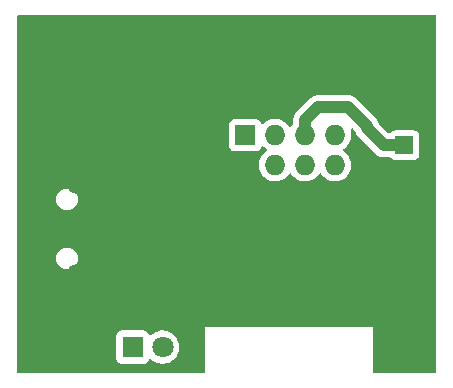
<source format=gbl>
%TF.GenerationSoftware,KiCad,Pcbnew,(6.0.7)*%
%TF.CreationDate,2022-09-15T17:21:33-05:00*%
%TF.ProjectId,starlightremote,73746172-6c69-4676-9874-72656d6f7465,rev?*%
%TF.SameCoordinates,Original*%
%TF.FileFunction,Copper,L2,Bot*%
%TF.FilePolarity,Positive*%
%FSLAX46Y46*%
G04 Gerber Fmt 4.6, Leading zero omitted, Abs format (unit mm)*
G04 Created by KiCad (PCBNEW (6.0.7)) date 2022-09-15 17:21:33*
%MOMM*%
%LPD*%
G01*
G04 APERTURE LIST*
%TA.AperFunction,SMDPad,CuDef*%
%ADD10R,1.500000X1.500000*%
%TD*%
%TA.AperFunction,ComponentPad*%
%ADD11R,1.800000X1.800000*%
%TD*%
%TA.AperFunction,ComponentPad*%
%ADD12C,1.800000*%
%TD*%
%TA.AperFunction,ComponentPad*%
%ADD13O,2.000000X1.450000*%
%TD*%
%TA.AperFunction,ComponentPad*%
%ADD14O,1.800000X1.150000*%
%TD*%
%TA.AperFunction,ComponentPad*%
%ADD15C,4.400000*%
%TD*%
%TA.AperFunction,ComponentPad*%
%ADD16R,1.727200X1.727200*%
%TD*%
%TA.AperFunction,ComponentPad*%
%ADD17O,1.727200X1.727200*%
%TD*%
%TA.AperFunction,Conductor*%
%ADD18C,1.000000*%
%TD*%
G04 APERTURE END LIST*
D10*
X123031250Y-83412500D03*
X123031250Y-91212500D03*
D11*
X100012500Y-100500000D03*
D12*
X102552500Y-100500000D03*
D13*
X95512500Y-94212500D03*
D14*
X91712500Y-94362500D03*
D13*
X95512500Y-86762500D03*
D14*
X91712500Y-86612500D03*
D15*
X92868750Y-100012500D03*
X92841250Y-74993500D03*
X123003750Y-74993500D03*
X123031250Y-100012500D03*
D16*
X109537500Y-82550000D03*
D17*
X109537500Y-85090000D03*
X112077500Y-82550000D03*
X112077500Y-85090000D03*
X114617500Y-82550000D03*
X114617500Y-85090000D03*
X117157500Y-82550000D03*
X117157500Y-85090000D03*
D18*
X118268750Y-80168750D02*
X119856250Y-81756250D01*
X119856250Y-81756250D02*
X119856250Y-81987500D01*
X115728750Y-80168750D02*
X118268750Y-80168750D01*
X114617500Y-82550000D02*
X114617500Y-81280000D01*
X119856250Y-81987500D02*
X121281250Y-83412500D01*
X121281250Y-83412500D02*
X123031250Y-83412500D01*
X114617500Y-81280000D02*
X115728750Y-80168750D01*
%TA.AperFunction,Conductor*%
G36*
X125670977Y-72410502D02*
G01*
X125717470Y-72464158D01*
X125728856Y-72516628D01*
X125699044Y-101911683D01*
X125698393Y-102553128D01*
X125678322Y-102621228D01*
X125624619Y-102667667D01*
X125572393Y-102679000D01*
X120522000Y-102679000D01*
X120453879Y-102658998D01*
X120407386Y-102605342D01*
X120396000Y-102553000D01*
X120396000Y-98806000D01*
X106172000Y-98806000D01*
X106172000Y-102553000D01*
X106151998Y-102621121D01*
X106098342Y-102667614D01*
X106046000Y-102679000D01*
X90328250Y-102679000D01*
X90260129Y-102658998D01*
X90213636Y-102605342D01*
X90202250Y-102553000D01*
X90202250Y-101448134D01*
X98604000Y-101448134D01*
X98610755Y-101510316D01*
X98661885Y-101646705D01*
X98749239Y-101763261D01*
X98865795Y-101850615D01*
X99002184Y-101901745D01*
X99064366Y-101908500D01*
X100960634Y-101908500D01*
X101022816Y-101901745D01*
X101159205Y-101850615D01*
X101275761Y-101763261D01*
X101363115Y-101646705D01*
X101387680Y-101581178D01*
X101430322Y-101524414D01*
X101496883Y-101499714D01*
X101566232Y-101514921D01*
X101586147Y-101528464D01*
X101651224Y-101582492D01*
X101741849Y-101657730D01*
X101941822Y-101774584D01*
X102158194Y-101857209D01*
X102163260Y-101858240D01*
X102163261Y-101858240D01*
X102216346Y-101869040D01*
X102385156Y-101903385D01*
X102514589Y-101908131D01*
X102611449Y-101911683D01*
X102611453Y-101911683D01*
X102616613Y-101911872D01*
X102621733Y-101911216D01*
X102621735Y-101911216D01*
X102695666Y-101901745D01*
X102846347Y-101882442D01*
X102851295Y-101880957D01*
X102851302Y-101880956D01*
X103063247Y-101817369D01*
X103068190Y-101815886D01*
X103148736Y-101776427D01*
X103271549Y-101716262D01*
X103271552Y-101716260D01*
X103276184Y-101713991D01*
X103464743Y-101579494D01*
X103628803Y-101416005D01*
X103763958Y-101227917D01*
X103866578Y-101020280D01*
X103933908Y-100798671D01*
X103964140Y-100569041D01*
X103965827Y-100500000D01*
X103959532Y-100423434D01*
X103947273Y-100274318D01*
X103947272Y-100274312D01*
X103946849Y-100269167D01*
X103890425Y-100044533D01*
X103798070Y-99832131D01*
X103672264Y-99637665D01*
X103516387Y-99466358D01*
X103512336Y-99463159D01*
X103512332Y-99463155D01*
X103338677Y-99326011D01*
X103338672Y-99326008D01*
X103334623Y-99322810D01*
X103330107Y-99320317D01*
X103330104Y-99320315D01*
X103136379Y-99213373D01*
X103136375Y-99213371D01*
X103131855Y-99210876D01*
X103126986Y-99209152D01*
X103126982Y-99209150D01*
X102918403Y-99135288D01*
X102918399Y-99135287D01*
X102913528Y-99133562D01*
X102908435Y-99132655D01*
X102908432Y-99132654D01*
X102690595Y-99093851D01*
X102690589Y-99093850D01*
X102685506Y-99092945D01*
X102612596Y-99092054D01*
X102459081Y-99090179D01*
X102459079Y-99090179D01*
X102453911Y-99090116D01*
X102224964Y-99125150D01*
X102004814Y-99197106D01*
X102000226Y-99199494D01*
X102000222Y-99199496D01*
X101803961Y-99301663D01*
X101799372Y-99304052D01*
X101795239Y-99307155D01*
X101795236Y-99307157D01*
X101722588Y-99361703D01*
X101614155Y-99443117D01*
X101596670Y-99461414D01*
X101535146Y-99496844D01*
X101464233Y-99493387D01*
X101406447Y-99452141D01*
X101387594Y-99418592D01*
X101366268Y-99361705D01*
X101366267Y-99361703D01*
X101363115Y-99353295D01*
X101275761Y-99236739D01*
X101159205Y-99149385D01*
X101022816Y-99098255D01*
X100960634Y-99091500D01*
X99064366Y-99091500D01*
X99002184Y-99098255D01*
X98865795Y-99149385D01*
X98749239Y-99236739D01*
X98661885Y-99353295D01*
X98610755Y-99489684D01*
X98604000Y-99551866D01*
X98604000Y-101448134D01*
X90202250Y-101448134D01*
X90202250Y-92987500D01*
X93548996Y-92987500D01*
X93568958Y-93177428D01*
X93627973Y-93359056D01*
X93723460Y-93524444D01*
X93851247Y-93666366D01*
X94005748Y-93778618D01*
X94011776Y-93781302D01*
X94011778Y-93781303D01*
X94174181Y-93853609D01*
X94180212Y-93856294D01*
X94273613Y-93876147D01*
X94360556Y-93894628D01*
X94360561Y-93894628D01*
X94367013Y-93896000D01*
X94557987Y-93896000D01*
X94564439Y-93894628D01*
X94564444Y-93894628D01*
X94651387Y-93876147D01*
X94744788Y-93856294D01*
X94750819Y-93853609D01*
X94913222Y-93781303D01*
X94913224Y-93781302D01*
X94919252Y-93778618D01*
X95073753Y-93666366D01*
X95201540Y-93524444D01*
X95297027Y-93359056D01*
X95356042Y-93177428D01*
X95376004Y-92987500D01*
X95356042Y-92797572D01*
X95297027Y-92615944D01*
X95201540Y-92450556D01*
X95073753Y-92308634D01*
X94919252Y-92196382D01*
X94913224Y-92193698D01*
X94913222Y-92193697D01*
X94750819Y-92121391D01*
X94750818Y-92121391D01*
X94744788Y-92118706D01*
X94651387Y-92098853D01*
X94564444Y-92080372D01*
X94564439Y-92080372D01*
X94557987Y-92079000D01*
X94367013Y-92079000D01*
X94360561Y-92080372D01*
X94360556Y-92080372D01*
X94273613Y-92098853D01*
X94180212Y-92118706D01*
X94174182Y-92121391D01*
X94174181Y-92121391D01*
X94011778Y-92193697D01*
X94011776Y-92193698D01*
X94005748Y-92196382D01*
X93851247Y-92308634D01*
X93723460Y-92450556D01*
X93627973Y-92615944D01*
X93568958Y-92797572D01*
X93548996Y-92987500D01*
X90202250Y-92987500D01*
X90202250Y-87987500D01*
X93548996Y-87987500D01*
X93568958Y-88177428D01*
X93627973Y-88359056D01*
X93723460Y-88524444D01*
X93851247Y-88666366D01*
X94005748Y-88778618D01*
X94011776Y-88781302D01*
X94011778Y-88781303D01*
X94174181Y-88853609D01*
X94180212Y-88856294D01*
X94273612Y-88876147D01*
X94360556Y-88894628D01*
X94360561Y-88894628D01*
X94367013Y-88896000D01*
X94557987Y-88896000D01*
X94564439Y-88894628D01*
X94564444Y-88894628D01*
X94651388Y-88876147D01*
X94744788Y-88856294D01*
X94750819Y-88853609D01*
X94913222Y-88781303D01*
X94913224Y-88781302D01*
X94919252Y-88778618D01*
X95073753Y-88666366D01*
X95201540Y-88524444D01*
X95297027Y-88359056D01*
X95356042Y-88177428D01*
X95376004Y-87987500D01*
X95356042Y-87797572D01*
X95297027Y-87615944D01*
X95201540Y-87450556D01*
X95073753Y-87308634D01*
X94919252Y-87196382D01*
X94913224Y-87193698D01*
X94913222Y-87193697D01*
X94750819Y-87121391D01*
X94750818Y-87121391D01*
X94744788Y-87118706D01*
X94651387Y-87098853D01*
X94564444Y-87080372D01*
X94564439Y-87080372D01*
X94557987Y-87079000D01*
X94367013Y-87079000D01*
X94360561Y-87080372D01*
X94360556Y-87080372D01*
X94273613Y-87098853D01*
X94180212Y-87118706D01*
X94174182Y-87121391D01*
X94174181Y-87121391D01*
X94011778Y-87193697D01*
X94011776Y-87193698D01*
X94005748Y-87196382D01*
X93851247Y-87308634D01*
X93723460Y-87450556D01*
X93627973Y-87615944D01*
X93568958Y-87797572D01*
X93548996Y-87987500D01*
X90202250Y-87987500D01*
X90202250Y-83461734D01*
X108165400Y-83461734D01*
X108172155Y-83523916D01*
X108223285Y-83660305D01*
X108310639Y-83776861D01*
X108427195Y-83864215D01*
X108563584Y-83915345D01*
X108625766Y-83922100D01*
X110449234Y-83922100D01*
X110511416Y-83915345D01*
X110647805Y-83864215D01*
X110764361Y-83776861D01*
X110851715Y-83660305D01*
X110889713Y-83558946D01*
X110932354Y-83502181D01*
X110998916Y-83477481D01*
X111068265Y-83492688D01*
X111102931Y-83520676D01*
X111114202Y-83533687D01*
X111287799Y-83677810D01*
X111292251Y-83680412D01*
X111292256Y-83680415D01*
X111341569Y-83709231D01*
X111390292Y-83760870D01*
X111403363Y-83830653D01*
X111376631Y-83896425D01*
X111346095Y-83923783D01*
X111343835Y-83924960D01*
X111163405Y-84060430D01*
X111159833Y-84064168D01*
X111016621Y-84214031D01*
X111007524Y-84223550D01*
X110880378Y-84409940D01*
X110878204Y-84414624D01*
X110878202Y-84414627D01*
X110806902Y-84568231D01*
X110785381Y-84614593D01*
X110725085Y-84832013D01*
X110701109Y-85056362D01*
X110701406Y-85061514D01*
X110701406Y-85061518D01*
X110707118Y-85160578D01*
X110714097Y-85281614D01*
X110715234Y-85286660D01*
X110715235Y-85286666D01*
X110736484Y-85380952D01*
X110763700Y-85501720D01*
X110765642Y-85506502D01*
X110765643Y-85506506D01*
X110802322Y-85596835D01*
X110848586Y-85710769D01*
X110966475Y-85903147D01*
X111114202Y-86073687D01*
X111287799Y-86217810D01*
X111292251Y-86220412D01*
X111292256Y-86220415D01*
X111381591Y-86272618D01*
X111482603Y-86331645D01*
X111693384Y-86412134D01*
X111698452Y-86413165D01*
X111698455Y-86413166D01*
X111806904Y-86435230D01*
X111914481Y-86457117D01*
X111919656Y-86457307D01*
X111919658Y-86457307D01*
X112134792Y-86465196D01*
X112134796Y-86465196D01*
X112139956Y-86465385D01*
X112145076Y-86464729D01*
X112145078Y-86464729D01*
X112214485Y-86455838D01*
X112363753Y-86436716D01*
X112368702Y-86435231D01*
X112368708Y-86435230D01*
X112574913Y-86373365D01*
X112574912Y-86373365D01*
X112579863Y-86371880D01*
X112674919Y-86325312D01*
X112777831Y-86274897D01*
X112777836Y-86274894D01*
X112782482Y-86272618D01*
X112786692Y-86269615D01*
X112786697Y-86269612D01*
X112961955Y-86144601D01*
X112961959Y-86144597D01*
X112966167Y-86141596D01*
X113125987Y-85982333D01*
X113246870Y-85814107D01*
X113302864Y-85770459D01*
X113373568Y-85764013D01*
X113436532Y-85796816D01*
X113456625Y-85821799D01*
X113503775Y-85898743D01*
X113503779Y-85898748D01*
X113506475Y-85903147D01*
X113654202Y-86073687D01*
X113827799Y-86217810D01*
X113832251Y-86220412D01*
X113832256Y-86220415D01*
X113921591Y-86272618D01*
X114022603Y-86331645D01*
X114233384Y-86412134D01*
X114238452Y-86413165D01*
X114238455Y-86413166D01*
X114346904Y-86435230D01*
X114454481Y-86457117D01*
X114459656Y-86457307D01*
X114459658Y-86457307D01*
X114674792Y-86465196D01*
X114674796Y-86465196D01*
X114679956Y-86465385D01*
X114685076Y-86464729D01*
X114685078Y-86464729D01*
X114754485Y-86455838D01*
X114903753Y-86436716D01*
X114908702Y-86435231D01*
X114908708Y-86435230D01*
X115114913Y-86373365D01*
X115114912Y-86373365D01*
X115119863Y-86371880D01*
X115214919Y-86325312D01*
X115317831Y-86274897D01*
X115317836Y-86274894D01*
X115322482Y-86272618D01*
X115326692Y-86269615D01*
X115326697Y-86269612D01*
X115501955Y-86144601D01*
X115501959Y-86144597D01*
X115506167Y-86141596D01*
X115665987Y-85982333D01*
X115786870Y-85814107D01*
X115842864Y-85770459D01*
X115913568Y-85764013D01*
X115976532Y-85796816D01*
X115996625Y-85821799D01*
X116043775Y-85898743D01*
X116043779Y-85898748D01*
X116046475Y-85903147D01*
X116194202Y-86073687D01*
X116367799Y-86217810D01*
X116372251Y-86220412D01*
X116372256Y-86220415D01*
X116461591Y-86272618D01*
X116562603Y-86331645D01*
X116773384Y-86412134D01*
X116778452Y-86413165D01*
X116778455Y-86413166D01*
X116886904Y-86435230D01*
X116994481Y-86457117D01*
X116999656Y-86457307D01*
X116999658Y-86457307D01*
X117214792Y-86465196D01*
X117214796Y-86465196D01*
X117219956Y-86465385D01*
X117225076Y-86464729D01*
X117225078Y-86464729D01*
X117294485Y-86455838D01*
X117443753Y-86436716D01*
X117448702Y-86435231D01*
X117448708Y-86435230D01*
X117654913Y-86373365D01*
X117654912Y-86373365D01*
X117659863Y-86371880D01*
X117754919Y-86325312D01*
X117857831Y-86274897D01*
X117857836Y-86274894D01*
X117862482Y-86272618D01*
X117866692Y-86269615D01*
X117866697Y-86269612D01*
X118041955Y-86144601D01*
X118041959Y-86144597D01*
X118046167Y-86141596D01*
X118205987Y-85982333D01*
X118337650Y-85799105D01*
X118437618Y-85596835D01*
X118503208Y-85380952D01*
X118532658Y-85157256D01*
X118534302Y-85090000D01*
X118515815Y-84865132D01*
X118460849Y-84646304D01*
X118370880Y-84439391D01*
X118322782Y-84365043D01*
X118251134Y-84254291D01*
X118251132Y-84254288D01*
X118248326Y-84249951D01*
X118096477Y-84083071D01*
X118092426Y-84079872D01*
X118092422Y-84079868D01*
X117923466Y-83946434D01*
X117923462Y-83946432D01*
X117919411Y-83943232D01*
X117896035Y-83930328D01*
X117846064Y-83879896D01*
X117831292Y-83810453D01*
X117856408Y-83744047D01*
X117883759Y-83717441D01*
X118041955Y-83604601D01*
X118041959Y-83604597D01*
X118046167Y-83601596D01*
X118205987Y-83442333D01*
X118337650Y-83259105D01*
X118437618Y-83056835D01*
X118503208Y-82840952D01*
X118516660Y-82738777D01*
X118532221Y-82620578D01*
X118532222Y-82620572D01*
X118532658Y-82617256D01*
X118534302Y-82550000D01*
X118515815Y-82325132D01*
X118464830Y-82122153D01*
X118467634Y-82051214D01*
X118508347Y-81993050D01*
X118574042Y-81966131D01*
X118643862Y-81979002D01*
X118676128Y-82002363D01*
X118841552Y-82167786D01*
X118873077Y-82220462D01*
X118889027Y-82273292D01*
X118889402Y-82274556D01*
X118915341Y-82363836D01*
X118917794Y-82368568D01*
X118919334Y-82373669D01*
X118922228Y-82379112D01*
X118962981Y-82455760D01*
X118963593Y-82456926D01*
X119006358Y-82539426D01*
X119009681Y-82543589D01*
X119012184Y-82548296D01*
X119071005Y-82620418D01*
X119071696Y-82621274D01*
X119102988Y-82660473D01*
X119105492Y-82662977D01*
X119106134Y-82663695D01*
X119109835Y-82668028D01*
X119137185Y-82701562D01*
X119141932Y-82705489D01*
X119141934Y-82705491D01*
X119172512Y-82730787D01*
X119181292Y-82738777D01*
X120524395Y-84081879D01*
X120533497Y-84092022D01*
X120557218Y-84121525D01*
X120595706Y-84153820D01*
X120599325Y-84156978D01*
X120601140Y-84158624D01*
X120603325Y-84160809D01*
X120605705Y-84162764D01*
X120605715Y-84162773D01*
X120636486Y-84188049D01*
X120637501Y-84188891D01*
X120708724Y-84248654D01*
X120713398Y-84251223D01*
X120717511Y-84254602D01*
X120722948Y-84257517D01*
X120722949Y-84257518D01*
X120799297Y-84298455D01*
X120800427Y-84299068D01*
X120882037Y-84343933D01*
X120887119Y-84345545D01*
X120891813Y-84348062D01*
X120980781Y-84375262D01*
X120981809Y-84375582D01*
X121070556Y-84403735D01*
X121075852Y-84404329D01*
X121080948Y-84405887D01*
X121173507Y-84415290D01*
X121174643Y-84415411D01*
X121208258Y-84419181D01*
X121220980Y-84420608D01*
X121220984Y-84420608D01*
X121224477Y-84421000D01*
X121228004Y-84421000D01*
X121228989Y-84421055D01*
X121234669Y-84421502D01*
X121264075Y-84424489D01*
X121271587Y-84425252D01*
X121271589Y-84425252D01*
X121277712Y-84425874D01*
X121323358Y-84421559D01*
X121335217Y-84421000D01*
X121776448Y-84421000D01*
X121844569Y-84441002D01*
X121877274Y-84471435D01*
X121917989Y-84525761D01*
X122034545Y-84613115D01*
X122170934Y-84664245D01*
X122233116Y-84671000D01*
X123829384Y-84671000D01*
X123891566Y-84664245D01*
X124027955Y-84613115D01*
X124144511Y-84525761D01*
X124231865Y-84409205D01*
X124282995Y-84272816D01*
X124289750Y-84210634D01*
X124289750Y-82614366D01*
X124282995Y-82552184D01*
X124231865Y-82415795D01*
X124144511Y-82299239D01*
X124027955Y-82211885D01*
X123891566Y-82160755D01*
X123829384Y-82154000D01*
X122233116Y-82154000D01*
X122170934Y-82160755D01*
X122034545Y-82211885D01*
X121917989Y-82299239D01*
X121912608Y-82306419D01*
X121877274Y-82353565D01*
X121820415Y-82396080D01*
X121776448Y-82404000D01*
X121751176Y-82404000D01*
X121683055Y-82383998D01*
X121662081Y-82367096D01*
X120870950Y-81575966D01*
X120839423Y-81523288D01*
X120823473Y-81470459D01*
X120823098Y-81469194D01*
X120798880Y-81385838D01*
X120797159Y-81379914D01*
X120794706Y-81375182D01*
X120793166Y-81370081D01*
X120790272Y-81364638D01*
X120749519Y-81287990D01*
X120748907Y-81286824D01*
X120708979Y-81209797D01*
X120706142Y-81204324D01*
X120702819Y-81200161D01*
X120700316Y-81195454D01*
X120641495Y-81123332D01*
X120640804Y-81122476D01*
X120609512Y-81083277D01*
X120607008Y-81080773D01*
X120606366Y-81080055D01*
X120602665Y-81075722D01*
X120575315Y-81042188D01*
X120539987Y-81012962D01*
X120531208Y-81004973D01*
X119025605Y-79499371D01*
X119016503Y-79489228D01*
X118996647Y-79464532D01*
X118992782Y-79459725D01*
X118954328Y-79427458D01*
X118950681Y-79424278D01*
X118948869Y-79422635D01*
X118946675Y-79420441D01*
X118913401Y-79393108D01*
X118912603Y-79392446D01*
X118841276Y-79332596D01*
X118836606Y-79330028D01*
X118832489Y-79326647D01*
X118750664Y-79282773D01*
X118749505Y-79282144D01*
X118673369Y-79240288D01*
X118673361Y-79240285D01*
X118667963Y-79237317D01*
X118662881Y-79235705D01*
X118658187Y-79233188D01*
X118569219Y-79205988D01*
X118568191Y-79205668D01*
X118479444Y-79177515D01*
X118474148Y-79176921D01*
X118469052Y-79175363D01*
X118376493Y-79165960D01*
X118375357Y-79165839D01*
X118341742Y-79162069D01*
X118329020Y-79160642D01*
X118329016Y-79160642D01*
X118325523Y-79160250D01*
X118321996Y-79160250D01*
X118321011Y-79160195D01*
X118315331Y-79159748D01*
X118285925Y-79156761D01*
X118278413Y-79155998D01*
X118278411Y-79155998D01*
X118272288Y-79155376D01*
X118230009Y-79159373D01*
X118226641Y-79159691D01*
X118214783Y-79160250D01*
X115790593Y-79160250D01*
X115776986Y-79159513D01*
X115745488Y-79156091D01*
X115745483Y-79156091D01*
X115739362Y-79155426D01*
X115713112Y-79157723D01*
X115689362Y-79159800D01*
X115684536Y-79160129D01*
X115682064Y-79160250D01*
X115678981Y-79160250D01*
X115667012Y-79161424D01*
X115636244Y-79164440D01*
X115634931Y-79164562D01*
X115590666Y-79168435D01*
X115542337Y-79172663D01*
X115537218Y-79174150D01*
X115531917Y-79174670D01*
X115442916Y-79201541D01*
X115441783Y-79201876D01*
X115358336Y-79226120D01*
X115358332Y-79226122D01*
X115352414Y-79227841D01*
X115347682Y-79230294D01*
X115342581Y-79231834D01*
X115337138Y-79234728D01*
X115260490Y-79275481D01*
X115259324Y-79276093D01*
X115182297Y-79316021D01*
X115176824Y-79318858D01*
X115172661Y-79322181D01*
X115167954Y-79324684D01*
X115163179Y-79328578D01*
X115163178Y-79328579D01*
X115095852Y-79383489D01*
X115094825Y-79384317D01*
X115058542Y-79413281D01*
X115058537Y-79413286D01*
X115055778Y-79415488D01*
X115053277Y-79417989D01*
X115052559Y-79418631D01*
X115048211Y-79422344D01*
X115014688Y-79449685D01*
X115010765Y-79454427D01*
X115010763Y-79454429D01*
X114985453Y-79485023D01*
X114977463Y-79493803D01*
X113948121Y-80523145D01*
X113937978Y-80532247D01*
X113908475Y-80555968D01*
X113904508Y-80560696D01*
X113876209Y-80594421D01*
X113873028Y-80598069D01*
X113871385Y-80599881D01*
X113869191Y-80602075D01*
X113841858Y-80635349D01*
X113841196Y-80636147D01*
X113781346Y-80707474D01*
X113778778Y-80712144D01*
X113775397Y-80716261D01*
X113744360Y-80774145D01*
X113731523Y-80798086D01*
X113730894Y-80799245D01*
X113689038Y-80875381D01*
X113689035Y-80875389D01*
X113686067Y-80880787D01*
X113684455Y-80885869D01*
X113681938Y-80890563D01*
X113654738Y-80979531D01*
X113654418Y-80980559D01*
X113626265Y-81069306D01*
X113625671Y-81074602D01*
X113624113Y-81079698D01*
X113619724Y-81122911D01*
X113614718Y-81172187D01*
X113614589Y-81173393D01*
X113613015Y-81187429D01*
X113610018Y-81214155D01*
X113609000Y-81223227D01*
X113609000Y-81226754D01*
X113608945Y-81227739D01*
X113608498Y-81233419D01*
X113604126Y-81276462D01*
X113608030Y-81317758D01*
X113608441Y-81322109D01*
X113609000Y-81333967D01*
X113609000Y-81568695D01*
X113588998Y-81636816D01*
X113574094Y-81655746D01*
X113547524Y-81683550D01*
X113544609Y-81687824D01*
X113544606Y-81687827D01*
X113451003Y-81825043D01*
X113396092Y-81870046D01*
X113325567Y-81878217D01*
X113261820Y-81846963D01*
X113241123Y-81822479D01*
X113241123Y-81822478D01*
X113168326Y-81709951D01*
X113016477Y-81543071D01*
X113012426Y-81539872D01*
X113012422Y-81539868D01*
X112843466Y-81406434D01*
X112843462Y-81406432D01*
X112839411Y-81403232D01*
X112641883Y-81294191D01*
X112429198Y-81218876D01*
X112348561Y-81204512D01*
X112212157Y-81180214D01*
X112212153Y-81180214D01*
X112207069Y-81179308D01*
X112135074Y-81178429D01*
X111986629Y-81176615D01*
X111986627Y-81176615D01*
X111981459Y-81176552D01*
X111758429Y-81210680D01*
X111543968Y-81280777D01*
X111539376Y-81283167D01*
X111539377Y-81283167D01*
X111373989Y-81369263D01*
X111343835Y-81384960D01*
X111339702Y-81388063D01*
X111339699Y-81388065D01*
X111229960Y-81470459D01*
X111163405Y-81520430D01*
X111159833Y-81524168D01*
X111099911Y-81586872D01*
X111038387Y-81622301D01*
X110967475Y-81618844D01*
X110909688Y-81577598D01*
X110890836Y-81544050D01*
X110854867Y-81448103D01*
X110851715Y-81439695D01*
X110764361Y-81323139D01*
X110647805Y-81235785D01*
X110511416Y-81184655D01*
X110449234Y-81177900D01*
X108625766Y-81177900D01*
X108563584Y-81184655D01*
X108427195Y-81235785D01*
X108310639Y-81323139D01*
X108223285Y-81439695D01*
X108172155Y-81576084D01*
X108165400Y-81638266D01*
X108165400Y-83461734D01*
X90202250Y-83461734D01*
X90202250Y-72516500D01*
X90222252Y-72448379D01*
X90275908Y-72401886D01*
X90328250Y-72390500D01*
X125602856Y-72390500D01*
X125670977Y-72410502D01*
G37*
%TD.AperFunction*%
M02*

</source>
